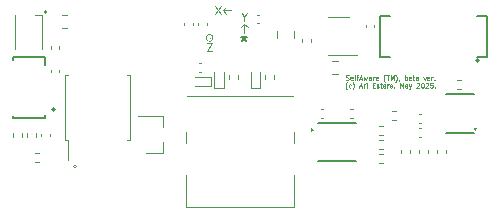
<source format=gto>
G04 #@! TF.GenerationSoftware,KiCad,Pcbnew,(5.1.9-0-10_14)*
G04 #@! TF.CreationDate,2025-05-13T11:21:21-05:00*
G04 #@! TF.ProjectId,DTYF Beta,44545946-2042-4657-9461-2e6b69636164,rev?*
G04 #@! TF.SameCoordinates,Original*
G04 #@! TF.FileFunction,Legend,Top*
G04 #@! TF.FilePolarity,Positive*
%FSLAX46Y46*%
G04 Gerber Fmt 4.6, Leading zero omitted, Abs format (unit mm)*
G04 Created by KiCad (PCBNEW (5.1.9-0-10_14)) date 2025-05-13 11:21:21*
%MOMM*%
%LPD*%
G01*
G04 APERTURE LIST*
%ADD10C,0.050000*%
%ADD11C,0.152400*%
%ADD12C,0.120000*%
%ADD13C,0.127000*%
%ADD14C,0.200000*%
%ADD15C,0.100000*%
%ADD16C,0.150000*%
G04 APERTURE END LIST*
D10*
X149547619Y-96836904D02*
X149604761Y-96855952D01*
X149700000Y-96855952D01*
X149738095Y-96836904D01*
X149757142Y-96817857D01*
X149776190Y-96779761D01*
X149776190Y-96741666D01*
X149757142Y-96703571D01*
X149738095Y-96684523D01*
X149700000Y-96665476D01*
X149623809Y-96646428D01*
X149585714Y-96627380D01*
X149566666Y-96608333D01*
X149547619Y-96570238D01*
X149547619Y-96532142D01*
X149566666Y-96494047D01*
X149585714Y-96475000D01*
X149623809Y-96455952D01*
X149719047Y-96455952D01*
X149776190Y-96475000D01*
X150100000Y-96836904D02*
X150061904Y-96855952D01*
X149985714Y-96855952D01*
X149947619Y-96836904D01*
X149928571Y-96798809D01*
X149928571Y-96646428D01*
X149947619Y-96608333D01*
X149985714Y-96589285D01*
X150061904Y-96589285D01*
X150100000Y-96608333D01*
X150119047Y-96646428D01*
X150119047Y-96684523D01*
X149928571Y-96722619D01*
X150347619Y-96855952D02*
X150309523Y-96836904D01*
X150290476Y-96798809D01*
X150290476Y-96455952D01*
X150442857Y-96589285D02*
X150595238Y-96589285D01*
X150500000Y-96855952D02*
X150500000Y-96513095D01*
X150519047Y-96475000D01*
X150557142Y-96455952D01*
X150595238Y-96455952D01*
X150709523Y-96741666D02*
X150900000Y-96741666D01*
X150671428Y-96855952D02*
X150804761Y-96455952D01*
X150938095Y-96855952D01*
X151033333Y-96589285D02*
X151109523Y-96855952D01*
X151185714Y-96665476D01*
X151261904Y-96855952D01*
X151338095Y-96589285D01*
X151661904Y-96855952D02*
X151661904Y-96646428D01*
X151642857Y-96608333D01*
X151604761Y-96589285D01*
X151528571Y-96589285D01*
X151490476Y-96608333D01*
X151661904Y-96836904D02*
X151623809Y-96855952D01*
X151528571Y-96855952D01*
X151490476Y-96836904D01*
X151471428Y-96798809D01*
X151471428Y-96760714D01*
X151490476Y-96722619D01*
X151528571Y-96703571D01*
X151623809Y-96703571D01*
X151661904Y-96684523D01*
X151852380Y-96855952D02*
X151852380Y-96589285D01*
X151852380Y-96665476D02*
X151871428Y-96627380D01*
X151890476Y-96608333D01*
X151928571Y-96589285D01*
X151966666Y-96589285D01*
X152252380Y-96836904D02*
X152214285Y-96855952D01*
X152138095Y-96855952D01*
X152100000Y-96836904D01*
X152080952Y-96798809D01*
X152080952Y-96646428D01*
X152100000Y-96608333D01*
X152138095Y-96589285D01*
X152214285Y-96589285D01*
X152252380Y-96608333D01*
X152271428Y-96646428D01*
X152271428Y-96684523D01*
X152080952Y-96722619D01*
X152861904Y-97008333D02*
X152842857Y-96989285D01*
X152804761Y-96932142D01*
X152785714Y-96894047D01*
X152766666Y-96836904D01*
X152747619Y-96741666D01*
X152747619Y-96665476D01*
X152766666Y-96570238D01*
X152785714Y-96513095D01*
X152804761Y-96475000D01*
X152842857Y-96417857D01*
X152861904Y-96398809D01*
X152957142Y-96455952D02*
X153185714Y-96455952D01*
X153071428Y-96855952D02*
X153071428Y-96455952D01*
X153319047Y-96855952D02*
X153319047Y-96455952D01*
X153452380Y-96741666D01*
X153585714Y-96455952D01*
X153585714Y-96855952D01*
X153738095Y-97008333D02*
X153757142Y-96989285D01*
X153795238Y-96932142D01*
X153814285Y-96894047D01*
X153833333Y-96836904D01*
X153852380Y-96741666D01*
X153852380Y-96665476D01*
X153833333Y-96570238D01*
X153814285Y-96513095D01*
X153795238Y-96475000D01*
X153757142Y-96417857D01*
X153738095Y-96398809D01*
X154061904Y-96836904D02*
X154061904Y-96855952D01*
X154042857Y-96894047D01*
X154023809Y-96913095D01*
X154538095Y-96855952D02*
X154538095Y-96455952D01*
X154538095Y-96608333D02*
X154576190Y-96589285D01*
X154652380Y-96589285D01*
X154690476Y-96608333D01*
X154709523Y-96627380D01*
X154728571Y-96665476D01*
X154728571Y-96779761D01*
X154709523Y-96817857D01*
X154690476Y-96836904D01*
X154652380Y-96855952D01*
X154576190Y-96855952D01*
X154538095Y-96836904D01*
X155052380Y-96836904D02*
X155014285Y-96855952D01*
X154938095Y-96855952D01*
X154900000Y-96836904D01*
X154880952Y-96798809D01*
X154880952Y-96646428D01*
X154900000Y-96608333D01*
X154938095Y-96589285D01*
X155014285Y-96589285D01*
X155052380Y-96608333D01*
X155071428Y-96646428D01*
X155071428Y-96684523D01*
X154880952Y-96722619D01*
X155185714Y-96589285D02*
X155338095Y-96589285D01*
X155242857Y-96455952D02*
X155242857Y-96798809D01*
X155261904Y-96836904D01*
X155300000Y-96855952D01*
X155338095Y-96855952D01*
X155642857Y-96855952D02*
X155642857Y-96646428D01*
X155623809Y-96608333D01*
X155585714Y-96589285D01*
X155509523Y-96589285D01*
X155471428Y-96608333D01*
X155642857Y-96836904D02*
X155604761Y-96855952D01*
X155509523Y-96855952D01*
X155471428Y-96836904D01*
X155452380Y-96798809D01*
X155452380Y-96760714D01*
X155471428Y-96722619D01*
X155509523Y-96703571D01*
X155604761Y-96703571D01*
X155642857Y-96684523D01*
X156100000Y-96589285D02*
X156195238Y-96855952D01*
X156290476Y-96589285D01*
X156595238Y-96836904D02*
X156557142Y-96855952D01*
X156480952Y-96855952D01*
X156442857Y-96836904D01*
X156423809Y-96798809D01*
X156423809Y-96646428D01*
X156442857Y-96608333D01*
X156480952Y-96589285D01*
X156557142Y-96589285D01*
X156595238Y-96608333D01*
X156614285Y-96646428D01*
X156614285Y-96684523D01*
X156423809Y-96722619D01*
X156785714Y-96855952D02*
X156785714Y-96589285D01*
X156785714Y-96665476D02*
X156804761Y-96627380D01*
X156823809Y-96608333D01*
X156861904Y-96589285D01*
X156900000Y-96589285D01*
X157033333Y-96817857D02*
X157052380Y-96836904D01*
X157033333Y-96855952D01*
X157014285Y-96836904D01*
X157033333Y-96817857D01*
X157033333Y-96855952D01*
X149642857Y-97658333D02*
X149623809Y-97639285D01*
X149585714Y-97582142D01*
X149566666Y-97544047D01*
X149547619Y-97486904D01*
X149528571Y-97391666D01*
X149528571Y-97315476D01*
X149547619Y-97220238D01*
X149566666Y-97163095D01*
X149585714Y-97125000D01*
X149623809Y-97067857D01*
X149642857Y-97048809D01*
X149966666Y-97486904D02*
X149928571Y-97505952D01*
X149852380Y-97505952D01*
X149814285Y-97486904D01*
X149795238Y-97467857D01*
X149776190Y-97429761D01*
X149776190Y-97315476D01*
X149795238Y-97277380D01*
X149814285Y-97258333D01*
X149852380Y-97239285D01*
X149928571Y-97239285D01*
X149966666Y-97258333D01*
X150100000Y-97658333D02*
X150119047Y-97639285D01*
X150157142Y-97582142D01*
X150176190Y-97544047D01*
X150195238Y-97486904D01*
X150214285Y-97391666D01*
X150214285Y-97315476D01*
X150195238Y-97220238D01*
X150176190Y-97163095D01*
X150157142Y-97125000D01*
X150119047Y-97067857D01*
X150100000Y-97048809D01*
X150690476Y-97391666D02*
X150880952Y-97391666D01*
X150652380Y-97505952D02*
X150785714Y-97105952D01*
X150919047Y-97505952D01*
X151052380Y-97505952D02*
X151052380Y-97239285D01*
X151052380Y-97315476D02*
X151071428Y-97277380D01*
X151090476Y-97258333D01*
X151128571Y-97239285D01*
X151166666Y-97239285D01*
X151300000Y-97505952D02*
X151300000Y-97239285D01*
X151300000Y-97105952D02*
X151280952Y-97125000D01*
X151300000Y-97144047D01*
X151319047Y-97125000D01*
X151300000Y-97105952D01*
X151300000Y-97144047D01*
X151795238Y-97296428D02*
X151928571Y-97296428D01*
X151985714Y-97505952D02*
X151795238Y-97505952D01*
X151795238Y-97105952D01*
X151985714Y-97105952D01*
X152138095Y-97486904D02*
X152176190Y-97505952D01*
X152252380Y-97505952D01*
X152290476Y-97486904D01*
X152309523Y-97448809D01*
X152309523Y-97429761D01*
X152290476Y-97391666D01*
X152252380Y-97372619D01*
X152195238Y-97372619D01*
X152157142Y-97353571D01*
X152138095Y-97315476D01*
X152138095Y-97296428D01*
X152157142Y-97258333D01*
X152195238Y-97239285D01*
X152252380Y-97239285D01*
X152290476Y-97258333D01*
X152423809Y-97239285D02*
X152576190Y-97239285D01*
X152480952Y-97105952D02*
X152480952Y-97448809D01*
X152500000Y-97486904D01*
X152538095Y-97505952D01*
X152576190Y-97505952D01*
X152861904Y-97486904D02*
X152823809Y-97505952D01*
X152747619Y-97505952D01*
X152709523Y-97486904D01*
X152690476Y-97448809D01*
X152690476Y-97296428D01*
X152709523Y-97258333D01*
X152747619Y-97239285D01*
X152823809Y-97239285D01*
X152861904Y-97258333D01*
X152880952Y-97296428D01*
X152880952Y-97334523D01*
X152690476Y-97372619D01*
X153052380Y-97505952D02*
X153052380Y-97239285D01*
X153052380Y-97315476D02*
X153071428Y-97277380D01*
X153090476Y-97258333D01*
X153128571Y-97239285D01*
X153166666Y-97239285D01*
X153280952Y-97486904D02*
X153319047Y-97505952D01*
X153395238Y-97505952D01*
X153433333Y-97486904D01*
X153452380Y-97448809D01*
X153452380Y-97429761D01*
X153433333Y-97391666D01*
X153395238Y-97372619D01*
X153338095Y-97372619D01*
X153300000Y-97353571D01*
X153280952Y-97315476D01*
X153280952Y-97296428D01*
X153300000Y-97258333D01*
X153338095Y-97239285D01*
X153395238Y-97239285D01*
X153433333Y-97258333D01*
X153642857Y-97486904D02*
X153642857Y-97505952D01*
X153623809Y-97544047D01*
X153604761Y-97563095D01*
X154119047Y-97505952D02*
X154119047Y-97105952D01*
X154252380Y-97391666D01*
X154385714Y-97105952D01*
X154385714Y-97505952D01*
X154747619Y-97505952D02*
X154747619Y-97296428D01*
X154728571Y-97258333D01*
X154690476Y-97239285D01*
X154614285Y-97239285D01*
X154576190Y-97258333D01*
X154747619Y-97486904D02*
X154709523Y-97505952D01*
X154614285Y-97505952D01*
X154576190Y-97486904D01*
X154557142Y-97448809D01*
X154557142Y-97410714D01*
X154576190Y-97372619D01*
X154614285Y-97353571D01*
X154709523Y-97353571D01*
X154747619Y-97334523D01*
X154900000Y-97239285D02*
X154995238Y-97505952D01*
X155090476Y-97239285D02*
X154995238Y-97505952D01*
X154957142Y-97601190D01*
X154938095Y-97620238D01*
X154900000Y-97639285D01*
X155528571Y-97144047D02*
X155547619Y-97125000D01*
X155585714Y-97105952D01*
X155680952Y-97105952D01*
X155719047Y-97125000D01*
X155738095Y-97144047D01*
X155757142Y-97182142D01*
X155757142Y-97220238D01*
X155738095Y-97277380D01*
X155509523Y-97505952D01*
X155757142Y-97505952D01*
X156004761Y-97105952D02*
X156042857Y-97105952D01*
X156080952Y-97125000D01*
X156100000Y-97144047D01*
X156119047Y-97182142D01*
X156138095Y-97258333D01*
X156138095Y-97353571D01*
X156119047Y-97429761D01*
X156100000Y-97467857D01*
X156080952Y-97486904D01*
X156042857Y-97505952D01*
X156004761Y-97505952D01*
X155966666Y-97486904D01*
X155947619Y-97467857D01*
X155928571Y-97429761D01*
X155909523Y-97353571D01*
X155909523Y-97258333D01*
X155928571Y-97182142D01*
X155947619Y-97144047D01*
X155966666Y-97125000D01*
X156004761Y-97105952D01*
X156290476Y-97144047D02*
X156309523Y-97125000D01*
X156347619Y-97105952D01*
X156442857Y-97105952D01*
X156480952Y-97125000D01*
X156500000Y-97144047D01*
X156519047Y-97182142D01*
X156519047Y-97220238D01*
X156500000Y-97277380D01*
X156271428Y-97505952D01*
X156519047Y-97505952D01*
X156880952Y-97105952D02*
X156690476Y-97105952D01*
X156671428Y-97296428D01*
X156690476Y-97277380D01*
X156728571Y-97258333D01*
X156823809Y-97258333D01*
X156861904Y-97277380D01*
X156880952Y-97296428D01*
X156900000Y-97334523D01*
X156900000Y-97429761D01*
X156880952Y-97467857D01*
X156861904Y-97486904D01*
X156823809Y-97505952D01*
X156728571Y-97505952D01*
X156690476Y-97486904D01*
X156671428Y-97467857D01*
X157071428Y-97467857D02*
X157090476Y-97486904D01*
X157071428Y-97505952D01*
X157052380Y-97486904D01*
X157071428Y-97467857D01*
X157071428Y-97505952D01*
D11*
X160381100Y-98023600D02*
X158018900Y-98023600D01*
X158018900Y-101376400D02*
X160381100Y-101376400D01*
X160536546Y-100956936D02*
G75*
G03*
X160500000Y-101100000I-36546J-66864D01*
G01*
D12*
X138000000Y-93300000D02*
X138000000Y-93300000D01*
X138291548Y-93300000D02*
G75*
G03*
X138291548Y-93300000I-291548J0D01*
G01*
X140950000Y-92150000D02*
X141250000Y-92400000D01*
X140950000Y-92150000D02*
X140650000Y-92400000D01*
X140950000Y-92850000D02*
X140950000Y-92150000D01*
X139150000Y-90950000D02*
X139400000Y-90650000D01*
X139150000Y-90950000D02*
X139400000Y-91250000D01*
X139850000Y-90950000D02*
X139150000Y-90950000D01*
X150107836Y-99340000D02*
X149892164Y-99340000D01*
X150107836Y-100060000D02*
X149892164Y-100060000D01*
D11*
X147174400Y-103725600D02*
X150425600Y-103725600D01*
X150425600Y-100474400D02*
X147174400Y-100474400D01*
X146608454Y-101166864D02*
G75*
G03*
X146645000Y-101023800I36546J66864D01*
G01*
D12*
X126035000Y-101947500D02*
X126035000Y-103600000D01*
X125752500Y-101947500D02*
X126035000Y-101947500D01*
X125752500Y-99200000D02*
X125752500Y-101947500D01*
X125752500Y-96452500D02*
X126035000Y-96452500D01*
X125752500Y-99200000D02*
X125752500Y-96452500D01*
X131247500Y-101947500D02*
X130965000Y-101947500D01*
X131247500Y-99200000D02*
X131247500Y-101947500D01*
X131247500Y-96452500D02*
X130965000Y-96452500D01*
X131247500Y-99200000D02*
X131247500Y-96452500D01*
X126711803Y-104200000D02*
G75*
G03*
X126711803Y-104200000I-111803J0D01*
G01*
D13*
X160600000Y-94900000D02*
X161450000Y-94900000D01*
X161450000Y-94900000D02*
X161450000Y-91400000D01*
X161450000Y-91400000D02*
X160650000Y-91400000D01*
X153250000Y-94900000D02*
X152450000Y-94900000D01*
X152450000Y-94900000D02*
X152450000Y-91400000D01*
X152450000Y-91400000D02*
X153250000Y-91400000D01*
D14*
X160820000Y-95200000D02*
G75*
G03*
X160820000Y-95200000I-120000J0D01*
G01*
D12*
X155907836Y-100940000D02*
X155692164Y-100940000D01*
X155907836Y-101660000D02*
X155692164Y-101660000D01*
X135980000Y-107630000D02*
X145170000Y-107630000D01*
X136100000Y-98220000D02*
X145050000Y-98220000D01*
X145170000Y-104900000D02*
X145170000Y-107630000D01*
X135980000Y-104900000D02*
X135980000Y-107630000D01*
X145170000Y-101300000D02*
X145170000Y-102200000D01*
X135980000Y-101300000D02*
X135980000Y-102200000D01*
X124211803Y-91100000D02*
G75*
G03*
X124211803Y-91100000I-111803J0D01*
G01*
X123250000Y-91350000D02*
X123850000Y-91350000D01*
X123850000Y-91350000D02*
X123850000Y-94250000D01*
X121550000Y-91350000D02*
X121550000Y-94250000D01*
D11*
X124020800Y-94921900D02*
X121379200Y-94921900D01*
X121379200Y-94921900D02*
X121379200Y-95180460D01*
X121379200Y-100078100D02*
X124020800Y-100078100D01*
X124020800Y-100078100D02*
X124020800Y-99833540D01*
X124020800Y-95619460D02*
X124020800Y-94921900D01*
X121379200Y-99913840D02*
X121379200Y-100078100D01*
X124877000Y-99350000D02*
G75*
G03*
X124877000Y-99350000I-127000J0D01*
G01*
D12*
X124460000Y-101392164D02*
X124460000Y-101607836D01*
X123740000Y-101392164D02*
X123740000Y-101607836D01*
X141992164Y-92060000D02*
X142207836Y-92060000D01*
X141992164Y-91340000D02*
X142207836Y-91340000D01*
X124540000Y-96207836D02*
X124540000Y-95992164D01*
X125260000Y-96207836D02*
X125260000Y-95992164D01*
X155907836Y-100460000D02*
X155692164Y-100460000D01*
X155907836Y-99740000D02*
X155692164Y-99740000D01*
X135840000Y-92207836D02*
X135840000Y-91992164D01*
X136560000Y-92207836D02*
X136560000Y-91992164D01*
X137760000Y-92207836D02*
X137760000Y-91992164D01*
X137040000Y-92207836D02*
X137040000Y-91992164D01*
X147392164Y-99340000D02*
X147607836Y-99340000D01*
X147392164Y-100060000D02*
X147607836Y-100060000D01*
X124540000Y-93992164D02*
X124540000Y-94207836D01*
X125260000Y-93992164D02*
X125260000Y-94207836D01*
X151240000Y-92192164D02*
X151240000Y-92407836D01*
X151960000Y-92192164D02*
X151960000Y-92407836D01*
X137307836Y-95440000D02*
X137092164Y-95440000D01*
X137307836Y-96160000D02*
X137092164Y-96160000D01*
X145840000Y-93607836D02*
X145840000Y-93392164D01*
X146560000Y-93607836D02*
X146560000Y-93392164D01*
X143665000Y-93261252D02*
X143665000Y-92738748D01*
X145135000Y-93261252D02*
X145135000Y-92738748D01*
X134060000Y-103080000D02*
X132600000Y-103080000D01*
X134060000Y-99920000D02*
X131900000Y-99920000D01*
X134060000Y-99920000D02*
X134060000Y-100850000D01*
X134060000Y-103080000D02*
X134060000Y-102150000D01*
X125937258Y-91377500D02*
X125462742Y-91377500D01*
X125937258Y-92422500D02*
X125462742Y-92422500D01*
X158946359Y-97580000D02*
X159253641Y-97580000D01*
X158946359Y-96820000D02*
X159253641Y-96820000D01*
X153753641Y-99520000D02*
X153446359Y-99520000D01*
X153753641Y-100280000D02*
X153446359Y-100280000D01*
X157980000Y-103053641D02*
X157980000Y-102746359D01*
X157220000Y-103053641D02*
X157220000Y-102746359D01*
X154980000Y-102746359D02*
X154980000Y-103053641D01*
X154220000Y-102746359D02*
X154220000Y-103053641D01*
X152346359Y-101480000D02*
X152653641Y-101480000D01*
X152346359Y-100720000D02*
X152653641Y-100720000D01*
X123553641Y-103780000D02*
X123246359Y-103780000D01*
X123553641Y-103020000D02*
X123246359Y-103020000D01*
X148362742Y-95277500D02*
X148837258Y-95277500D01*
X148362742Y-96322500D02*
X148837258Y-96322500D01*
X121320000Y-101346359D02*
X121320000Y-101653641D01*
X122080000Y-101346359D02*
X122080000Y-101653641D01*
X123280000Y-101346359D02*
X123280000Y-101653641D01*
X122520000Y-101346359D02*
X122520000Y-101653641D01*
X152346359Y-103880000D02*
X152653641Y-103880000D01*
X152346359Y-103120000D02*
X152653641Y-103120000D01*
X152653641Y-102680000D02*
X152346359Y-102680000D01*
X152653641Y-101920000D02*
X152346359Y-101920000D01*
X140380000Y-96743641D02*
X140380000Y-96436359D01*
X139620000Y-96743641D02*
X139620000Y-96436359D01*
X142720000Y-96753641D02*
X142720000Y-96446359D01*
X143480000Y-96753641D02*
X143480000Y-96446359D01*
X156480000Y-102746359D02*
X156480000Y-103053641D01*
X155720000Y-102746359D02*
X155720000Y-103053641D01*
X149800000Y-91490000D02*
X148000000Y-91490000D01*
X148000000Y-94710000D02*
X150450000Y-94710000D01*
X138100000Y-97400000D02*
X138100000Y-96600000D01*
X136800000Y-97400000D02*
X138100000Y-97400000D01*
X136800000Y-96600000D02*
X138100000Y-96600000D01*
X142300000Y-96200000D02*
X142300000Y-97500000D01*
X141500000Y-96200000D02*
X141500000Y-97500000D01*
X141500000Y-97500000D02*
X142300000Y-97500000D01*
X139200000Y-96200000D02*
X139200000Y-97500000D01*
X138400000Y-96200000D02*
X138400000Y-97500000D01*
X138400000Y-97500000D02*
X139200000Y-97500000D01*
D15*
X137766666Y-93716666D02*
X138233333Y-93716666D01*
X137766666Y-94416666D01*
X138233333Y-94416666D01*
X140950000Y-91533333D02*
X140950000Y-91866666D01*
X140716666Y-91166666D02*
X140950000Y-91533333D01*
X141183333Y-91166666D01*
X138466666Y-90566666D02*
X138933333Y-91266666D01*
X138933333Y-90566666D02*
X138466666Y-91266666D01*
D16*
X140900000Y-93102380D02*
X140900000Y-93340476D01*
X140661904Y-93245238D02*
X140900000Y-93340476D01*
X141138095Y-93245238D01*
X140757142Y-93530952D02*
X140900000Y-93340476D01*
X141042857Y-93530952D01*
M02*

</source>
